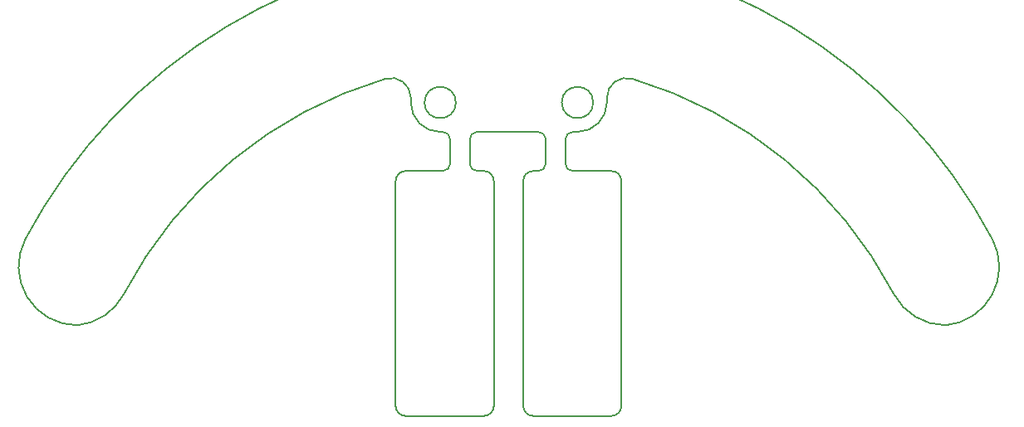
<source format=gbr>
%TF.GenerationSoftware,KiCad,Pcbnew,(6.0.4)*%
%TF.CreationDate,2022-08-25T18:27:48+09:00*%
%TF.ProjectId,total,746f7461-6c2e-46b6-9963-61645f706362,rev?*%
%TF.SameCoordinates,Original*%
%TF.FileFunction,Profile,NP*%
%FSLAX46Y46*%
G04 Gerber Fmt 4.6, Leading zero omitted, Abs format (unit mm)*
G04 Created by KiCad (PCBNEW (6.0.4)) date 2022-08-25 18:27:48*
%MOMM*%
%LPD*%
G01*
G04 APERTURE LIST*
%TA.AperFunction,Profile*%
%ADD10C,0.200000*%
%TD*%
G04 APERTURE END LIST*
D10*
X141267661Y-68574333D02*
X140999877Y-68574333D01*
X145465475Y-72576030D02*
X144767661Y-72576030D01*
X142017661Y-71824333D02*
X142017661Y-69324333D01*
X144015964Y-71824333D02*
X144017661Y-69324333D01*
X141267661Y-72574333D02*
G75*
G03*
X142017661Y-71824333I0J750000D01*
G01*
X144015961Y-71824333D02*
G75*
G03*
X144767661Y-72576030I751700J3D01*
G01*
X142017661Y-69324333D02*
G75*
G03*
X141267661Y-68574333I-750000J0D01*
G01*
X144767661Y-68574333D02*
G75*
G03*
X144017661Y-69324333I0J-750000D01*
G01*
X154515964Y-72577727D02*
X158465475Y-72577727D01*
X154999877Y-68576028D02*
X154515964Y-68576028D01*
X151015964Y-72576030D02*
G75*
G03*
X151765964Y-71826030I0J750000D01*
G01*
X153764267Y-71826030D02*
G75*
G03*
X154515964Y-72577727I751697J0D01*
G01*
X154515964Y-68576030D02*
G75*
G03*
X153765964Y-69326030I0J-750000D01*
G01*
X151765964Y-69326030D02*
G75*
G03*
X151015964Y-68576030I-750000J0D01*
G01*
X153764267Y-71826030D02*
X153765964Y-69326030D01*
X151765964Y-71826030D02*
X151765964Y-69326030D01*
X159465475Y-96576030D02*
X159465475Y-73576030D01*
X158465475Y-97576030D02*
G75*
G03*
X159465475Y-96576030I0J1000000D01*
G01*
X149465475Y-73576030D02*
X149465475Y-96576030D01*
X151015964Y-72576030D02*
X150465475Y-72576030D01*
X159465475Y-73576030D02*
G75*
G03*
X158465475Y-72576030I-1000000J0D01*
G01*
X150465475Y-97576030D02*
X158465475Y-97576030D01*
X149465475Y-96576030D02*
G75*
G03*
X150465475Y-97576030I1000000J0D01*
G01*
X150465475Y-72576030D02*
G75*
G03*
X149465475Y-73576030I0J-1000000D01*
G01*
X146465475Y-73576030D02*
G75*
G03*
X145465475Y-72576030I-1000000J0D01*
G01*
X136465475Y-73576030D02*
X136465475Y-96576030D01*
X137465475Y-72576030D02*
G75*
G03*
X136465475Y-73576030I0J-1000000D01*
G01*
X137465475Y-97576030D02*
X145465475Y-97576030D01*
X141267661Y-72574333D02*
X137465475Y-72576030D01*
X145465475Y-97576030D02*
G75*
G03*
X146465475Y-96576030I0J1000000D01*
G01*
X146465475Y-96576030D02*
X146465475Y-73576030D01*
X136465475Y-96576030D02*
G75*
G03*
X137465475Y-97576030I1000000J0D01*
G01*
X160567929Y-63148346D02*
G75*
G03*
X157999877Y-65065998I-568029J-1917664D01*
G01*
X104016930Y-88326070D02*
G75*
G03*
X108758404Y-85126840I-579430J5971960D01*
G01*
X137999917Y-65065998D02*
G75*
G03*
X135431830Y-63148364I-2000017J-12D01*
G01*
X187228461Y-85102153D02*
G75*
G03*
X192547604Y-88326028I5319139J2776143D01*
G01*
X187228477Y-85102145D02*
G75*
G03*
X160567924Y-63148364I-39228577J-20473865D01*
G01*
X144767661Y-68574333D02*
X151015964Y-68576030D01*
X157999877Y-65576028D02*
X157999877Y-65065998D01*
X98712535Y-79522054D02*
G75*
G03*
X104016926Y-88326028I5304365J-2804056D01*
G01*
X192547606Y-88326051D02*
G75*
G03*
X197302333Y-79550457I-551406J5974641D01*
G01*
X135431830Y-63148363D02*
G75*
G03*
X108758404Y-85126840I12568050J-42427667D01*
G01*
X137999882Y-65576028D02*
G75*
G03*
X140999877Y-68576028I3000018J18D01*
G01*
X142599877Y-65576028D02*
G75*
G03*
X142599877Y-65576028I-1600000J0D01*
G01*
X137999877Y-65065998D02*
X137999877Y-65576028D01*
X156599877Y-65576028D02*
G75*
G03*
X156599877Y-65576028I-1600000J0D01*
G01*
X154999877Y-68575987D02*
G75*
G03*
X157999877Y-65576028I23J2999977D01*
G01*
X197302333Y-79550457D02*
G75*
G03*
X98712449Y-79522008I-49302456J-26025571D01*
G01*
M02*

</source>
